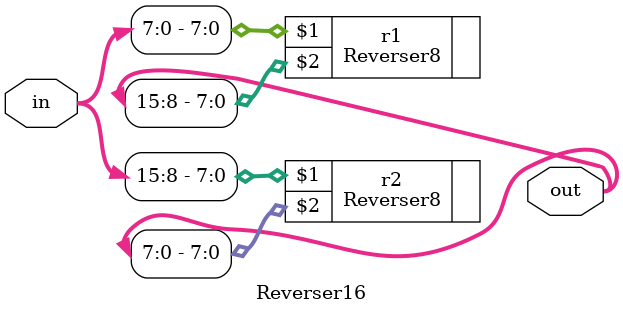
<source format=v>
`timescale 1ns / 1ps
module Reverser16(
	input [15:0]in,
	output [15:0]out);
	
	Reverser8 r1(in[7:0], out[15:8]);
	Reverser8 r2(in[15:8], out[7:0]);

endmodule

</source>
